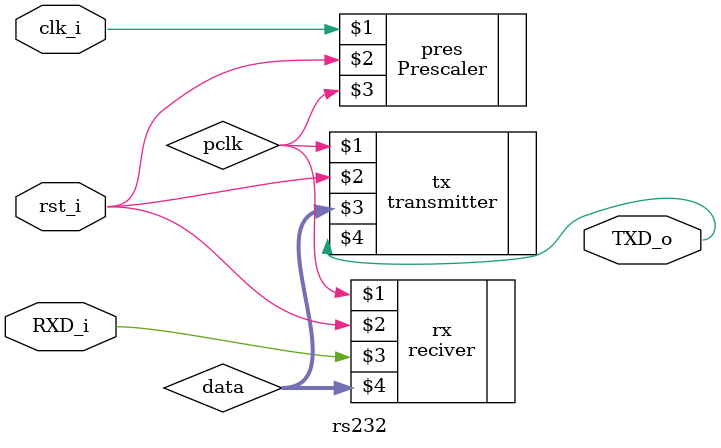
<source format=v>
`timescale 1ns / 1ps

module rs232(clk_i, rst_i, RXD_i, TXD_o);
    input clk_i;
    input rst_i;
    input RXD_i;
    output TXD_o;
    wire pclk;
    wire [1:8] data;
    
    Prescaler pres(clk_i, rst_i, pclk);
    reciver rx(pclk, rst_i, RXD_i, data);
    transmitter tx(pclk, rst_i, data, TXD_o);
    
endmodule

</source>
